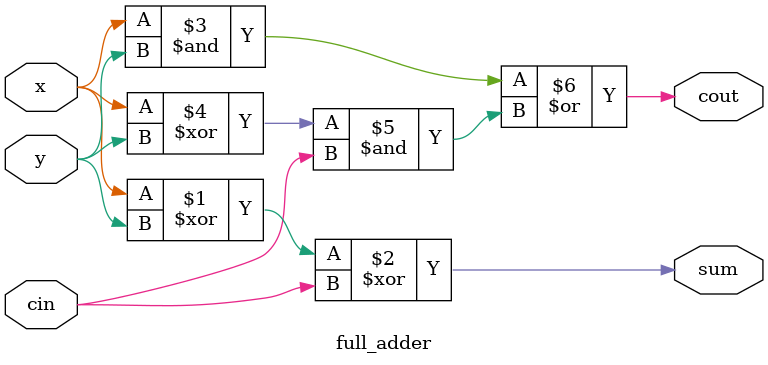
<source format=v>
module top_module (
    input [3:0] x,
    input [3:0] y, 
    output [4:0] sum);
    
    wire [3:0] cout;
    
    full_adder sum0(
        .x(x[0]), 
        .y(y[0]), 
        .cin(1'b0),
        .sum(sum[0]),
        .cout(cout[0])
    );
    
    full_adder sum1(
        .x(x[1]), 
        .y(y[1]), 
        .cin(cout[0]),
        .sum(sum[1]),
        .cout(cout[1])
    );
    
    full_adder sum2(
        .x(x[2]), 
        .y(y[2]), 
        .cin(cout[1]),
        .sum(sum[2]),
        .cout(cout[2])
    );
    
    
    full_adder sum3(
        .x(x[3]), 
        .y(y[3]), 
        .cin(cout[2]),
        .sum(sum[3]),
        .cout(cout[3])
    );
    
    assign sum[4] = cout[3];

   
endmodule

module full_adder(
    input x, y, cin,
    output cout, sum);
    
    assign sum = x ^ y ^ cin;
    assign cout = (x & y) | ((x ^ y) & cin);
endmodule

</source>
